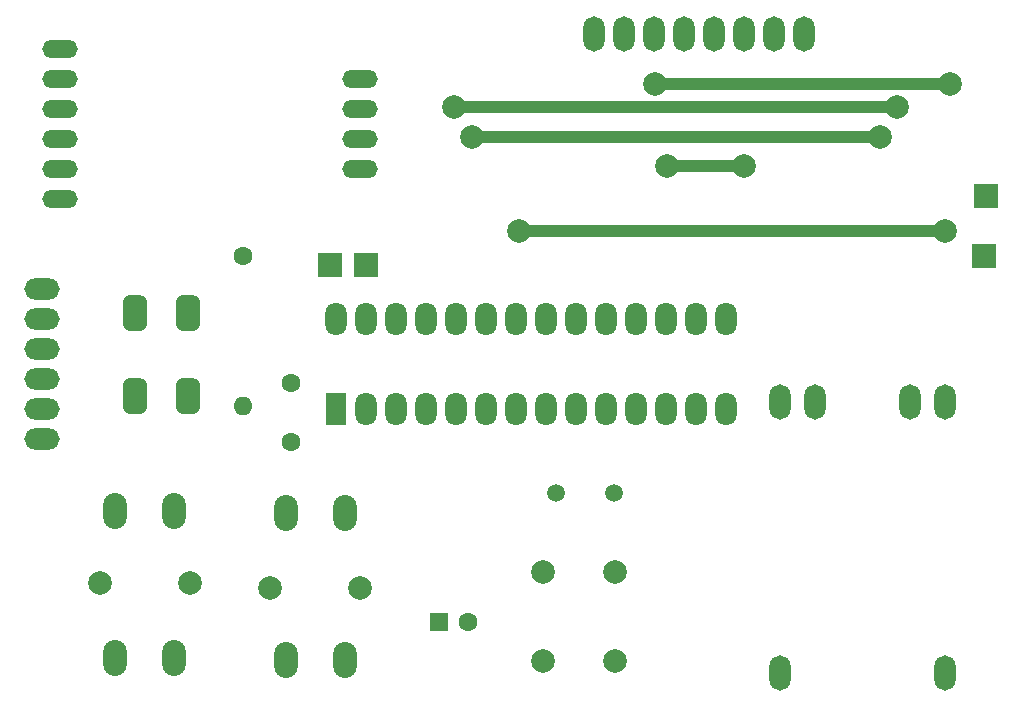
<source format=gtl>
%TF.GenerationSoftware,KiCad,Pcbnew,(7.0.0)*%
%TF.CreationDate,2023-05-07T18:54:43+02:00*%
%TF.ProjectId,balance_ruche,62616c61-6e63-4655-9f72-756368652e6b,V1.0*%
%TF.SameCoordinates,Original*%
%TF.FileFunction,Copper,L1,Top*%
%TF.FilePolarity,Positive*%
%FSLAX46Y46*%
G04 Gerber Fmt 4.6, Leading zero omitted, Abs format (unit mm)*
G04 Created by KiCad (PCBNEW (7.0.0)) date 2023-05-07 18:54:43*
%MOMM*%
%LPD*%
G01*
G04 APERTURE LIST*
G04 Aperture macros list*
%AMRoundRect*
0 Rectangle with rounded corners*
0 $1 Rounding radius*
0 $2 $3 $4 $5 $6 $7 $8 $9 X,Y pos of 4 corners*
0 Add a 4 corners polygon primitive as box body*
4,1,4,$2,$3,$4,$5,$6,$7,$8,$9,$2,$3,0*
0 Add four circle primitives for the rounded corners*
1,1,$1+$1,$2,$3*
1,1,$1+$1,$4,$5*
1,1,$1+$1,$6,$7*
1,1,$1+$1,$8,$9*
0 Add four rect primitives between the rounded corners*
20,1,$1+$1,$2,$3,$4,$5,0*
20,1,$1+$1,$4,$5,$6,$7,0*
20,1,$1+$1,$6,$7,$8,$9,0*
20,1,$1+$1,$8,$9,$2,$3,0*%
G04 Aperture macros list end*
%TA.AperFunction,ComponentPad*%
%ADD10R,2.000000X2.000000*%
%TD*%
%TA.AperFunction,ComponentPad*%
%ADD11C,1.600000*%
%TD*%
%TA.AperFunction,ComponentPad*%
%ADD12O,1.600000X1.600000*%
%TD*%
%TA.AperFunction,ComponentPad*%
%ADD13R,1.600000X1.600000*%
%TD*%
%TA.AperFunction,ComponentPad*%
%ADD14O,3.000000X1.800000*%
%TD*%
%TA.AperFunction,ComponentPad*%
%ADD15RoundRect,0.500000X-0.500000X1.000000X-0.500000X-1.000000X0.500000X-1.000000X0.500000X1.000000X0*%
%TD*%
%TA.AperFunction,ComponentPad*%
%ADD16C,2.000000*%
%TD*%
%TA.AperFunction,ComponentPad*%
%ADD17O,3.000000X1.524000*%
%TD*%
%TA.AperFunction,ComponentPad*%
%ADD18O,1.800000X3.000000*%
%TD*%
%TA.AperFunction,ComponentPad*%
%ADD19O,2.000000X3.048000*%
%TD*%
%TA.AperFunction,ComponentPad*%
%ADD20O,1.800000X2.800000*%
%TD*%
%TA.AperFunction,ComponentPad*%
%ADD21R,1.800000X2.800000*%
%TD*%
%TA.AperFunction,ComponentPad*%
%ADD22C,1.500000*%
%TD*%
%TA.AperFunction,ViaPad*%
%ADD23C,2.000000*%
%TD*%
%TA.AperFunction,Conductor*%
%ADD24C,1.000000*%
%TD*%
G04 APERTURE END LIST*
D10*
%TO.P,TP4,1,1*%
%TO.N,GND*%
X127888999Y-61086999D03*
%TD*%
%TO.P,TP3,1,1*%
%TO.N,+3V8*%
X128036999Y-55972999D03*
%TD*%
%TO.P,TP2,1,1*%
%TO.N,Net-(U1-PC5)*%
X72536999Y-61848999D03*
%TD*%
%TO.P,TP1,1,1*%
%TO.N,Net-(U1-PC4)*%
X75564999Y-61848999D03*
%TD*%
D11*
%TO.P,C3,1*%
%TO.N,/RESET*%
X69227000Y-71795000D03*
%TO.P,C3,2*%
%TO.N,Net-(U2-DTR)*%
X69227000Y-76795000D03*
%TD*%
%TO.P,R1,1*%
%TO.N,+3V8*%
X65151000Y-61087000D03*
D12*
%TO.P,R1,2*%
%TO.N,/RESET*%
X65150999Y-73786999D03*
%TD*%
D13*
%TO.P,C4,1*%
%TO.N,+3V8*%
X81700999Y-92074999D03*
D11*
%TO.P,C4,2*%
%TO.N,GND*%
X84201000Y-92075000D03*
%TD*%
D14*
%TO.P,U2,1,DTR*%
%TO.N,Net-(U2-DTR)*%
X48132999Y-76580999D03*
%TO.P,U2,2,RX*%
%TO.N,/PD1*%
X48132999Y-74040999D03*
%TO.P,U2,3,TX*%
%TO.N,/PD0*%
X48132999Y-71500999D03*
%TO.P,U2,4,Vcc*%
%TO.N,+3V8*%
X48132999Y-68960999D03*
%TO.P,U2,5,CTS*%
%TO.N,unconnected-(U2-CTS-Pad5)*%
X48132999Y-66420999D03*
%TO.P,U2,6,GND*%
%TO.N,GND*%
X48132999Y-63880999D03*
%TD*%
D15*
%TO.P,SW1,1*%
%TO.N,GND*%
X60449500Y-65913000D03*
%TO.P,SW1,2*%
X56004500Y-65913000D03*
%TO.P,SW1,3*%
%TO.N,/RESET*%
X60449500Y-72898000D03*
%TO.P,SW1,4*%
X56004500Y-72898000D03*
%TD*%
D16*
%TO.P,C2,1*%
%TO.N,GND*%
X90551000Y-95317000D03*
%TO.P,C2,2*%
%TO.N,Net-(U1-XTAL1{slash}PB6)*%
X90551000Y-87817000D03*
%TD*%
%TO.P,C1,1*%
%TO.N,Net-(U1-XTAL2{slash}PB7)*%
X96647000Y-87817000D03*
%TO.P,C1,2*%
%TO.N,GND*%
X96647000Y-95317000D03*
%TD*%
D17*
%TO.P,U4,1,E+*%
%TO.N,unconnected-(U4-E+-Pad1)*%
X49656999Y-43560999D03*
%TO.P,U4,2,E-*%
%TO.N,unconnected-(U4-E--Pad2)*%
X49656999Y-46100999D03*
%TO.P,U4,3,A-*%
%TO.N,unconnected-(U4-A--Pad3)*%
X49656999Y-48640999D03*
%TO.P,U4,4,A+*%
%TO.N,unconnected-(U4-A+-Pad4)*%
X49656999Y-51180999D03*
%TO.P,U4,5,B-*%
%TO.N,unconnected-(U4-B--Pad5)*%
X49656999Y-53720999D03*
%TO.P,U4,6,B+*%
%TO.N,unconnected-(U4-B+-Pad6)*%
X49656999Y-56260999D03*
%TO.P,U4,7,VCC*%
%TO.N,+3V8*%
X75056999Y-53720999D03*
%TO.P,U4,8,SCK*%
%TO.N,/SCK*%
X75056999Y-51180999D03*
%TO.P,U4,9,DT*%
%TO.N,/DT*%
X75056999Y-48640999D03*
%TO.P,U4,10,GND*%
%TO.N,GND*%
X75056999Y-46100999D03*
%TD*%
D18*
%TO.P,U3,1,RST*%
%TO.N,/RST*%
X112648999Y-42290999D03*
%TO.P,U3,2,CE*%
%TO.N,/CE*%
X110108999Y-42290999D03*
%TO.P,U3,3,D0*%
%TO.N,/D0*%
X107568999Y-42290999D03*
%TO.P,U3,4,DIN*%
%TO.N,/DIN*%
X105028999Y-42290999D03*
%TO.P,U3,5,CLK*%
%TO.N,/CLK*%
X102488999Y-42290999D03*
%TO.P,U3,6,VCC*%
%TO.N,+3V8*%
X99948999Y-42290999D03*
%TO.P,U3,7,DL*%
%TO.N,/DL*%
X97408999Y-42290999D03*
%TO.P,U3,8,GND*%
%TO.N,GND*%
X94868999Y-42290999D03*
%TD*%
D16*
%TO.P,SW2,*%
%TO.N,*%
X52999000Y-88773000D03*
X60619000Y-88773000D03*
D19*
%TO.P,SW2,1*%
%TO.N,GND*%
X54268999Y-95122999D03*
%TO.P,SW2,2*%
X54268999Y-82622999D03*
%TO.P,SW2,3*%
%TO.N,/INT1*%
X59268999Y-95122999D03*
%TO.P,SW2,4*%
X59268999Y-82622999D03*
%TD*%
D16*
%TO.P,SW3,*%
%TO.N,*%
X75017000Y-89137000D03*
X67397000Y-89137000D03*
D19*
%TO.P,SW3,1*%
%TO.N,GND*%
X73746999Y-82786999D03*
%TO.P,SW3,2*%
X73746999Y-95286999D03*
%TO.P,SW3,3*%
%TO.N,/INT2*%
X68746999Y-82786999D03*
%TO.P,SW3,4*%
X68746999Y-95286999D03*
%TD*%
D20*
%TO.P,U1,28,PC5*%
%TO.N,Net-(U1-PC5)*%
X73024999Y-66420999D03*
%TO.P,U1,27,PC4*%
%TO.N,Net-(U1-PC4)*%
X75564999Y-66420999D03*
%TO.P,U1,26,PC3*%
%TO.N,unconnected-(U1-PC3-Pad26)*%
X78104999Y-66420999D03*
%TO.P,U1,25,PC2*%
%TO.N,unconnected-(U1-PC2-Pad25)*%
X80644999Y-66420999D03*
%TO.P,U1,24,PC1*%
%TO.N,unconnected-(U1-PC1-Pad24)*%
X83184999Y-66420999D03*
%TO.P,U1,23,PC0*%
%TO.N,unconnected-(U1-PC0-Pad23)*%
X85724999Y-66420999D03*
%TO.P,U1,22,GND*%
%TO.N,GND*%
X88264999Y-66420999D03*
%TO.P,U1,21,AREF*%
%TO.N,unconnected-(U1-AREF-Pad21)*%
X90804999Y-66420999D03*
%TO.P,U1,20,AVCC*%
%TO.N,+3V8*%
X93344999Y-66420999D03*
%TO.P,U1,19,PB5*%
%TO.N,/CLK*%
X95884999Y-66420999D03*
%TO.P,U1,18,PB4*%
%TO.N,/D0*%
X98424999Y-66420999D03*
%TO.P,U1,17,PB3*%
%TO.N,/DIN*%
X100964999Y-66420999D03*
%TO.P,U1,16,PB2*%
%TO.N,/CE*%
X103504999Y-66420999D03*
%TO.P,U1,15,PB1*%
%TO.N,/RST*%
X106044999Y-66420999D03*
%TO.P,U1,14,PB0*%
%TO.N,/DL*%
X106044999Y-74040999D03*
%TO.P,U1,13,PD7*%
%TO.N,/SCK*%
X103504999Y-74040999D03*
%TO.P,U1,12,PD6*%
%TO.N,/DT*%
X100964999Y-74040999D03*
%TO.P,U1,11,PD5*%
%TO.N,unconnected-(U1-PD5-Pad11)*%
X98424999Y-74040999D03*
%TO.P,U1,10,XTAL2/PB7*%
%TO.N,Net-(U1-XTAL2{slash}PB7)*%
X95884999Y-74040999D03*
%TO.P,U1,9,XTAL1/PB6*%
%TO.N,Net-(U1-XTAL1{slash}PB6)*%
X93344999Y-74040999D03*
%TO.P,U1,8,GND*%
%TO.N,GND*%
X90804999Y-74040999D03*
%TO.P,U1,7,VCC*%
%TO.N,+3V8*%
X88264999Y-74040999D03*
%TO.P,U1,6,PD4*%
%TO.N,unconnected-(U1-PD4-Pad6)*%
X85724999Y-74040999D03*
%TO.P,U1,5,PD3*%
%TO.N,/INT2*%
X83184999Y-74040999D03*
%TO.P,U1,4,PD2*%
%TO.N,/INT1*%
X80644999Y-74040999D03*
%TO.P,U1,3,PD1*%
%TO.N,/PD1*%
X78104999Y-74040999D03*
%TO.P,U1,2,PD0*%
%TO.N,/PD0*%
X75564999Y-74040999D03*
D21*
%TO.P,U1,1,~{RESET}/PC6*%
%TO.N,/RESET*%
X73024999Y-74040999D03*
%TD*%
D18*
%TO.P,U5,1,OUT-*%
%TO.N,GND*%
X124586999Y-73392999D03*
%TO.P,U5,2,B-*%
%TO.N,unconnected-(U5-B--Pad2)*%
X121586999Y-73392999D03*
%TO.P,U5,3,B+*%
%TO.N,unconnected-(U5-B+-Pad3)*%
X113586999Y-73392999D03*
%TO.P,U5,4,OUT+*%
%TO.N,+3V8*%
X110586999Y-73392999D03*
%TO.P,U5,5,+*%
%TO.N,unconnected-(U5-+-Pad5)*%
X110586999Y-96392999D03*
%TO.P,U5,6,-*%
%TO.N,unconnected-(U5---Pad6)*%
X124586999Y-96392999D03*
%TD*%
D22*
%TO.P,Y1,1,1*%
%TO.N,Net-(U1-XTAL2{slash}PB7)*%
X96557000Y-81153000D03*
%TO.P,Y1,2,2*%
%TO.N,Net-(U1-XTAL1{slash}PB6)*%
X91677000Y-81153000D03*
%TD*%
D23*
%TO.N,GND*%
X124587000Y-58973000D03*
X88537000Y-58973000D03*
%TO.N,/D0*%
X107569000Y-53473000D03*
X101037000Y-53473000D03*
%TO.N,/DT*%
X83037000Y-48473000D03*
X120537000Y-48473000D03*
%TO.N,/SCK*%
X84537000Y-50973000D03*
X119037000Y-50973000D03*
%TO.N,+3V8*%
X125037000Y-46473000D03*
X100037000Y-46473000D03*
%TD*%
D24*
%TO.N,GND*%
X88537000Y-58973000D02*
X124587000Y-58973000D01*
%TO.N,/DT*%
X120537000Y-48473000D02*
X83037000Y-48473000D01*
%TO.N,/D0*%
X107569000Y-53473000D02*
X101037000Y-53473000D01*
%TO.N,/SCK*%
X119037000Y-50973000D02*
X84537000Y-50973000D01*
%TO.N,+3V8*%
X125037000Y-46473000D02*
X100037000Y-46473000D01*
%TD*%
M02*

</source>
